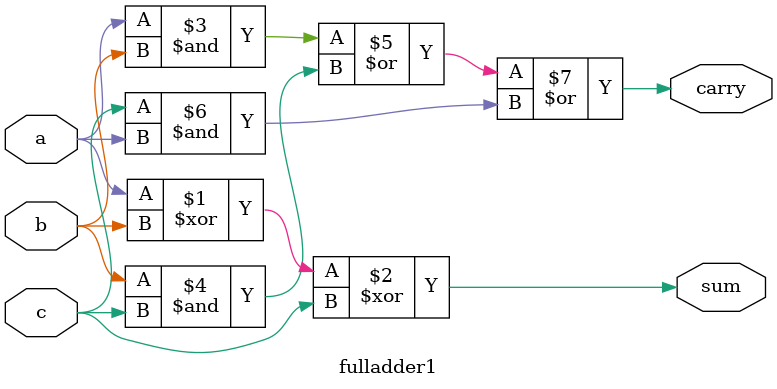
<source format=v>
`timescale 1ns / 1ps
module fulladder1(sum,carry,a,b,c);
input a,b,c;
output sum,carry;
assign sum=a^b^c;
assign carry=(a&b)|(b&c)|(c&a);
endmodule
//gate level coding:
//module gate(a,b,c,sum,carry);
//input a,b,c;
//output sum,carry;
//wire w1,w2,w3;
//xor x1(sum,a,b,c);
//and a1(w1,a,b);
//and a2(w2,b,c);
//and a3(w3,a,c);
//or o1(carry,w1,w2,w3);
//endmodule
//
//
//Behavioural modeling
//module fulladder(sum,carry,a,b,c);
//input a,b,c;
//output sum,carry;
//reg sum,carry;
//always@(a,b,c)
//begin
//case({a,b,c})
/*3'b000:{sum,carry}=2'b00;
3'b001:{sum,carry}=2'b10;
3'b010:{sum,carry}=2'b10;
3'b011:{sum,carry}=2'b01;
3'b100:{sum,carry}=2'b10;
3'b101:{sum,carry}=2'b01;
3'b110:{sum,carry}=2'b01;
3'b111:{sum,carry}=2'b01;
endcase
end
endmodule
*/




</source>
